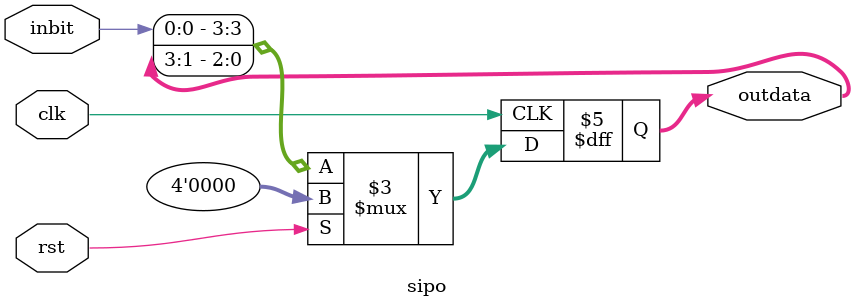
<source format=v>
module sipo (clk,rst,inbit,outdata);

parameter N = 4; 

input wire clk , rst , inbit;
output reg [N-1:0] outdata;

integer i;

always @(negedge clk)
begin
    if (rst)
        begin
            outdata <= 0;
        end
    else 
        begin
                outdata <= {inbit,{outdata[N-1:1]}}; 
        end
    
end


endmodule
</source>
